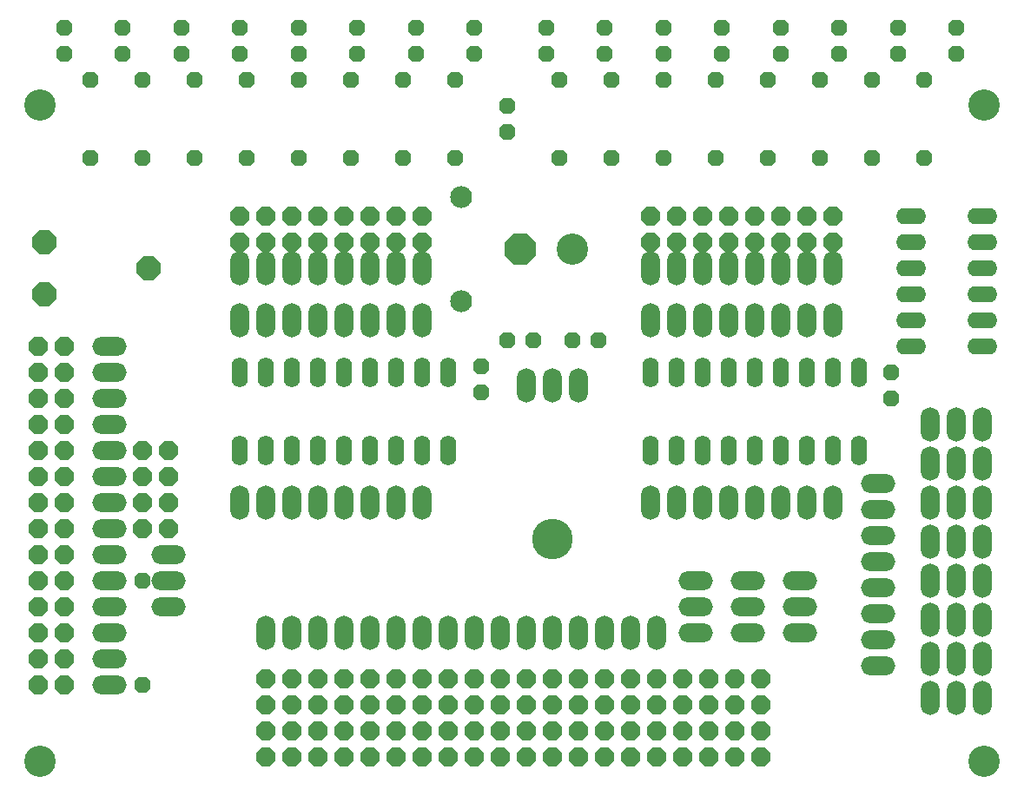
<source format=gbr>
G75*
G70*
%OFA0B0*%
%FSLAX24Y24*%
%IPPOS*%
%LPD*%
%AMOC8*
5,1,8,0,0,1.08239X$1,22.5*
%
%ADD10C,0.1200*%
%ADD11OC8,0.0720*%
%ADD12O,0.0720X0.1320*%
%ADD13OC8,0.0624*%
%ADD14O,0.0624X0.1144*%
%ADD15C,0.1560*%
%ADD16C,0.0840*%
%ADD17O,0.1320X0.0720*%
%ADD18OC8,0.0936*%
%ADD19OC8,0.1200*%
%ADD20O,0.1144X0.0624*%
D10*
X004165Y003913D03*
X024590Y023588D03*
X040386Y029110D03*
X040386Y003913D03*
X004165Y029110D03*
D11*
X011840Y024838D03*
X011840Y023838D03*
X012840Y023838D03*
X012840Y024838D03*
X013840Y024838D03*
X013840Y023838D03*
X014840Y023838D03*
X015840Y023838D03*
X015840Y024838D03*
X014840Y024838D03*
X016840Y024838D03*
X016840Y023838D03*
X017840Y023838D03*
X018840Y023838D03*
X018840Y024838D03*
X017840Y024838D03*
X027590Y024838D03*
X027590Y023838D03*
X028590Y023838D03*
X028590Y024838D03*
X029590Y024838D03*
X029590Y023838D03*
X030590Y023838D03*
X031590Y023838D03*
X031590Y024838D03*
X030590Y024838D03*
X032590Y024838D03*
X032590Y023838D03*
X033590Y023838D03*
X034590Y023838D03*
X034590Y024838D03*
X033590Y024838D03*
X031840Y007088D03*
X031840Y006088D03*
X031840Y005088D03*
X031840Y004088D03*
X030840Y004088D03*
X029840Y004088D03*
X028840Y004088D03*
X027840Y004088D03*
X026840Y004088D03*
X025840Y004088D03*
X024840Y004088D03*
X023840Y004088D03*
X022840Y004088D03*
X021840Y004088D03*
X020840Y004088D03*
X019840Y004088D03*
X018840Y004088D03*
X017840Y004088D03*
X016840Y004088D03*
X015840Y004088D03*
X014840Y004088D03*
X013840Y004088D03*
X012840Y004088D03*
X012840Y005088D03*
X013840Y005088D03*
X014840Y005088D03*
X015840Y005088D03*
X016840Y005088D03*
X017840Y005088D03*
X018840Y005088D03*
X019840Y005088D03*
X020840Y005088D03*
X021840Y005088D03*
X022840Y005088D03*
X023840Y005088D03*
X024840Y005088D03*
X025840Y005088D03*
X026840Y005088D03*
X027840Y005088D03*
X028840Y005088D03*
X029840Y005088D03*
X030840Y005088D03*
X030840Y006088D03*
X029840Y006088D03*
X028840Y006088D03*
X027840Y006088D03*
X026840Y006088D03*
X025840Y006088D03*
X024840Y006088D03*
X023840Y006088D03*
X022840Y006088D03*
X021840Y006088D03*
X020840Y006088D03*
X019840Y006088D03*
X018840Y006088D03*
X017840Y006088D03*
X016840Y006088D03*
X015840Y006088D03*
X014840Y006088D03*
X013840Y006088D03*
X012840Y006088D03*
X012840Y007088D03*
X013840Y007088D03*
X014840Y007088D03*
X015840Y007088D03*
X016840Y007088D03*
X017840Y007088D03*
X018840Y007088D03*
X019840Y007088D03*
X020840Y007088D03*
X021840Y007088D03*
X022840Y007088D03*
X023840Y007088D03*
X024840Y007088D03*
X025840Y007088D03*
X026840Y007088D03*
X027840Y007088D03*
X028840Y007088D03*
X029840Y007088D03*
X030840Y007088D03*
X009090Y012838D03*
X008090Y012838D03*
X008090Y013838D03*
X008090Y014838D03*
X009090Y014838D03*
X009090Y013838D03*
X009090Y015838D03*
X008090Y015838D03*
X005090Y015838D03*
X004090Y015838D03*
X004090Y014838D03*
X004090Y013838D03*
X005090Y013838D03*
X005090Y014838D03*
X005090Y012838D03*
X004090Y012838D03*
X004090Y011838D03*
X005090Y011838D03*
X005090Y010838D03*
X004090Y010838D03*
X004090Y009838D03*
X005090Y009838D03*
X005090Y008838D03*
X004090Y008838D03*
X004090Y007838D03*
X005090Y007838D03*
X005090Y006838D03*
X004090Y006838D03*
X004090Y016838D03*
X005090Y016838D03*
X005090Y017838D03*
X004090Y017838D03*
X004090Y018838D03*
X005090Y018838D03*
X005090Y019838D03*
X004090Y019838D03*
D12*
X011840Y020838D03*
X012840Y020838D03*
X013840Y020838D03*
X014840Y020838D03*
X015840Y020838D03*
X016840Y020838D03*
X017840Y020838D03*
X018840Y020838D03*
X018840Y022838D03*
X017840Y022838D03*
X016840Y022838D03*
X015840Y022838D03*
X014840Y022838D03*
X013840Y022838D03*
X012840Y022838D03*
X011840Y022838D03*
X011840Y013838D03*
X012840Y013838D03*
X013840Y013838D03*
X014840Y013838D03*
X015840Y013838D03*
X016840Y013838D03*
X017840Y013838D03*
X018840Y013838D03*
X022840Y018338D03*
X023840Y018338D03*
X024840Y018338D03*
X027590Y020838D03*
X028590Y020838D03*
X029590Y020838D03*
X030590Y020838D03*
X031590Y020838D03*
X032590Y020838D03*
X033590Y020838D03*
X034590Y020838D03*
X034590Y022838D03*
X033590Y022838D03*
X032590Y022838D03*
X031590Y022838D03*
X030590Y022838D03*
X029590Y022838D03*
X028590Y022838D03*
X027590Y022838D03*
X038340Y016838D03*
X039340Y016838D03*
X040340Y016838D03*
X040340Y015338D03*
X039340Y015338D03*
X038340Y015338D03*
X038340Y013838D03*
X039340Y013838D03*
X040340Y013838D03*
X040340Y012338D03*
X039340Y012338D03*
X038340Y012338D03*
X038340Y010838D03*
X039340Y010838D03*
X040340Y010838D03*
X040340Y009338D03*
X039340Y009338D03*
X038340Y009338D03*
X038340Y007838D03*
X039340Y007838D03*
X040340Y007838D03*
X040340Y006338D03*
X039340Y006338D03*
X038340Y006338D03*
X034590Y013838D03*
X033590Y013838D03*
X032590Y013838D03*
X031590Y013838D03*
X030590Y013838D03*
X029590Y013838D03*
X028590Y013838D03*
X027590Y013838D03*
X027840Y008838D03*
X026840Y008838D03*
X025840Y008838D03*
X024840Y008838D03*
X023840Y008838D03*
X022840Y008838D03*
X021840Y008838D03*
X020840Y008838D03*
X019840Y008838D03*
X018840Y008838D03*
X017840Y008838D03*
X016840Y008838D03*
X015840Y008838D03*
X014840Y008838D03*
X013840Y008838D03*
X012840Y008838D03*
D13*
X008090Y006838D03*
X008090Y010838D03*
X021090Y018088D03*
X021090Y019088D03*
X022090Y020088D03*
X023090Y020088D03*
X024590Y020088D03*
X025590Y020088D03*
X026090Y027088D03*
X024090Y027088D03*
X022090Y028088D03*
X022090Y029088D03*
X020090Y030088D03*
X020840Y031088D03*
X020840Y032088D03*
X018590Y032088D03*
X018590Y031088D03*
X018090Y030088D03*
X016340Y031088D03*
X016340Y032088D03*
X016090Y030088D03*
X014090Y030088D03*
X014090Y031088D03*
X014090Y032088D03*
X011840Y032088D03*
X011840Y031088D03*
X012090Y030088D03*
X010090Y030088D03*
X009590Y031088D03*
X009590Y032088D03*
X007340Y032088D03*
X007340Y031088D03*
X008090Y030088D03*
X006090Y030088D03*
X005090Y031088D03*
X005090Y032088D03*
X006090Y027088D03*
X008090Y027088D03*
X010090Y027088D03*
X012090Y027088D03*
X014090Y027088D03*
X016090Y027088D03*
X018090Y027088D03*
X020090Y027088D03*
X024090Y030088D03*
X023590Y031088D03*
X023590Y032088D03*
X025840Y032088D03*
X025840Y031088D03*
X026090Y030088D03*
X028090Y030088D03*
X028090Y031088D03*
X028090Y032088D03*
X030340Y032088D03*
X030340Y031088D03*
X030090Y030088D03*
X032090Y030088D03*
X032590Y031088D03*
X032590Y032088D03*
X034840Y032088D03*
X034840Y031088D03*
X034090Y030088D03*
X036090Y030088D03*
X037090Y031088D03*
X037090Y032088D03*
X038090Y030088D03*
X039340Y031088D03*
X039340Y032088D03*
X038090Y027088D03*
X036090Y027088D03*
X034090Y027088D03*
X032090Y027088D03*
X030090Y027088D03*
X028090Y027088D03*
X036840Y018838D03*
X036840Y017838D03*
D14*
X035590Y018838D03*
X034590Y018838D03*
X033590Y018838D03*
X032590Y018838D03*
X031590Y018838D03*
X030590Y018838D03*
X029590Y018838D03*
X028590Y018838D03*
X027590Y018838D03*
X027590Y015838D03*
X028590Y015838D03*
X029590Y015838D03*
X030590Y015838D03*
X031590Y015838D03*
X032590Y015838D03*
X033590Y015838D03*
X034590Y015838D03*
X035590Y015838D03*
X019840Y015838D03*
X018840Y015838D03*
X017840Y015838D03*
X016840Y015838D03*
X015840Y015838D03*
X014840Y015838D03*
X013840Y015838D03*
X012840Y015838D03*
X011840Y015838D03*
X011840Y018838D03*
X012840Y018838D03*
X013840Y018838D03*
X014840Y018838D03*
X015840Y018838D03*
X016840Y018838D03*
X017840Y018838D03*
X018840Y018838D03*
X019840Y018838D03*
D15*
X023840Y012438D03*
D16*
X020340Y021588D03*
X020340Y025588D03*
D17*
X006840Y019838D03*
X006840Y018838D03*
X006840Y017838D03*
X006840Y016838D03*
X006840Y015838D03*
X006840Y014838D03*
X006840Y013838D03*
X006840Y012838D03*
X006840Y011838D03*
X006840Y010838D03*
X006840Y009838D03*
X006840Y008838D03*
X006840Y007838D03*
X006840Y006838D03*
X009090Y009838D03*
X009090Y010838D03*
X009090Y011838D03*
X029340Y010838D03*
X029340Y009838D03*
X029340Y008838D03*
X031340Y008838D03*
X031340Y009838D03*
X031340Y010838D03*
X033340Y010838D03*
X033340Y009838D03*
X033340Y008838D03*
X036340Y008588D03*
X036340Y007588D03*
X036340Y009588D03*
X036340Y010588D03*
X036340Y011588D03*
X036340Y012588D03*
X036340Y013588D03*
X036340Y014588D03*
D18*
X008340Y022838D03*
X004340Y021838D03*
X004340Y023838D03*
D19*
X022590Y023588D03*
D20*
X037590Y023838D03*
X037590Y024838D03*
X037590Y022838D03*
X037590Y021838D03*
X037590Y020838D03*
X037590Y019838D03*
X040340Y019838D03*
X040340Y020838D03*
X040340Y021838D03*
X040340Y022838D03*
X040340Y023838D03*
X040340Y024838D03*
M02*

</source>
